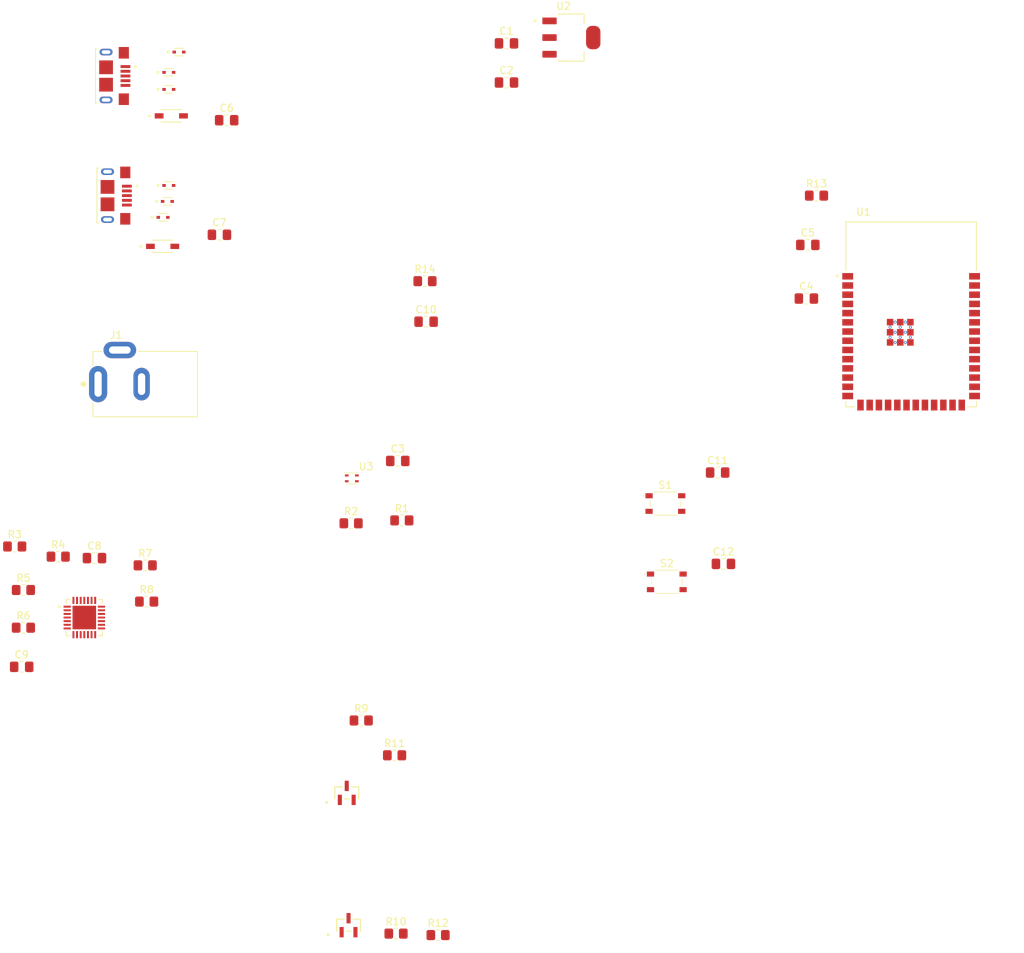
<source format=kicad_pcb>
(kicad_pcb (version 20221018) (generator pcbnew)
  (layers (0 "F.Cu" signal) (31 "B.Cu" signal) (34 "B.Paste" user) (35 "F.Paste" user) (36 "B.SilkS" user "B.Silkscreen") (37 "F.SilkS" user "F.Silkscreen") (38 "B.Mask" user) (39 "F.Mask" user) (44 "Edge.Cuts" user))
  (net 0 "")
  (net 1 "+12V")
  (net 2 "GND")
  (net 3 "+3.3V")
  (net 4 "Net-(C6-Pad1)")
  (net 5 "Net-(C7-Pad1)")
  (net 6 "Net-(U4-VBUS)")
  (net 7 "CHIP_PU")
  (net 8 "IO0")
  (net 9 "USB_DP")
  (net 10 "USB_DN")
  (net 11 "IO20")
  (net 12 "IO19")
  (net 13 "VBUS")
  (net 17 "Net-(U1-IO8)")
  (net 18 "Net-(U1-IO9)")
  (net 19 "Net-(U4-~{RST})")
  (net 20 "Net-(U4-~{SUSPEND})")
  (net 21 "Net-(U4-TXD)")
  (net 22 "U0RXD")
  (net 23 "Net-(U4-RXD)")
  (net 24 "U0TXD")
  (net 25 "DTR")
  (net 26 "Net-(U5-BASE)")
  (net 27 "RTS")
  (net 28 "Net-(U6-BASE)")
  (net 29 "Net-(U5-COLLECTOR)")
  (net 30 "Net-(U6-COLLECTOR)")
  (net 31 "ESP_3V3")
  (footprint "Resistor_SMD:R_0805_2012Metric_Pad1.20x1.40mm_HandSolder" (layer "F.Cu") (at 21.6 93.2)
    (fp_text reference "R7" (at 0 -1.65) (layer "F.SilkS"))
    (fp_text value "0")
    (fp_line (start -0.227064 -0.735) (end 0.227064 -0.735) (stroke (width 0.12)) (layer "F.SilkS"))
    (fp_line (start -0.227064 0.735) (end 0.227064 0.735) (stroke (width 0.12)) (layer "F.SilkS"))
    (pad "1" smd roundrect (at -1 0) (size 1.2 1.4) (layers "F.Cu" "F.Paste" "F.Mask") (roundrect_rratio 0.208333) (net 21 "Net-(U4-TXD)"))
    (pad "2" smd roundrect (at 1 0) (size 1.2 1.4) (layers "F.Cu" "F.Paste" "F.Mask") (roundrect_rratio 0.208333) (net 22 "U0RXD"))
  )
  (footprint "ECE445:SOT-23_ONS" (layer "F.Cu") (at 49.4 124.5868)
    (fp_text reference "U5" hide)
    (fp_text value "L8050QLT1G")
    (fp_line (start -1.651 -0.8255) (end -1.651 0.8255) (stroke (width 0.1524)) (layer "F.SilkS"))
    (fp_line (start -0.61214 -0.8255) (end -1.651 -0.8255) (stroke (width 0.1524)) (layer "F.SilkS"))
    (fp_line (start -0.34036 0.8255) (end 0.34036 0.8255) (stroke (width 0.1524)) (layer "F.SilkS"))
    (fp_line (start 1.651 -0.8255) (end 0.61214 -0.8255) (stroke (width 0.1524)) (layer "F.SilkS"))
    (fp_line (start 1.651 0.8255) (end 1.651 -0.8255) (stroke (width 0.1524)) (layer "F.SilkS"))
    (fp_circle (center -2.794 1.3208) (end -2.667 1.3208) (stroke (width 0.1524)) (fill none) (layer "F.SilkS"))
    (pad "1" smd rect (at -0.9525 0.9652) (size 0.5588 1.4224) (layers "F.Cu" "F.Paste" "F.Mask") (net 26 "Net-(U5-BASE)"))
    (pad "2" smd rect (at 0.9525 0.9652) (size 0.5588 1.4224) (layers "F.Cu" "F.Paste" "F.Mask") (net 27 "RTS"))
    (pad "3" smd rect (at 0 -0.9652) (size 0.5588 1.4224) (layers "F.Cu" "F.Paste" "F.Mask") (net 29 "Net-(U5-COLLECTOR)"))
  )
  (footprint "Capacitor_SMD:C_0805_2012Metric_Pad1.18x1.45mm_HandSolder" (layer "F.Cu") (at 14.6 92.2)
    (fp_text reference "C8" (at 0 -1.68) (layer "F.SilkS"))
    (fp_text value "10uF")
    (fp_line (start -0.261252 -0.735) (end 0.261252 -0.735) (stroke (width 0.12)) (layer "F.SilkS"))
    (fp_line (start -0.261252 0.735) (end 0.261252 0.735) (stroke (width 0.12)) (layer "F.SilkS"))
    (pad "1" smd roundrect (at -1.0375 0) (size 1.175 1.45) (layers "F.Cu" "F.Paste" "F.Mask") (roundrect_rratio 0.212766) (net 3 "+3.3V"))
    (pad "2" smd roundrect (at 1.0375 0) (size 1.175 1.45) (layers "F.Cu" "F.Paste" "F.Mask") (roundrect_rratio 0.212766) (net 2 "GND"))
  )
  (footprint "Resistor_SMD:R_0805_2012Metric_Pad1.20x1.40mm_HandSolder" (layer "F.Cu") (at 4.8 101.8)
    (fp_text reference "R6" (at 0 -1.65) (layer "F.SilkS"))
    (fp_text value "47500")
    (fp_line (start -0.227064 -0.735) (end 0.227064 -0.735) (stroke (width 0.12)) (layer "F.SilkS"))
    (fp_line (start -0.227064 0.735) (end 0.227064 0.735) (stroke (width 0.12)) (layer "F.SilkS"))
    (pad "1" smd roundrect (at -1 0) (size 1.2 1.4) (layers "F.Cu" "F.Paste" "F.Mask") (roundrect_rratio 0.208333) (net 2 "GND"))
    (pad "2" smd roundrect (at 1 0) (size 1.2 1.4) (layers "F.Cu" "F.Paste" "F.Mask") (roundrect_rratio 0.208333) (net 6 "Net-(U4-VBUS)"))
  )
  (footprint "ECE445:SOT-23_ONS" (layer "F.Cu") (at 49.6475 142.8348)
    (fp_text reference "U6" hide)
    (fp_text value "L8050QLT1G")
    (fp_line (start -1.651 -0.8255) (end -1.651 0.8255) (stroke (width 0.1524)) (layer "F.SilkS"))
    (fp_line (start -0.61214 -0.8255) (end -1.651 -0.8255) (stroke (width 0.1524)) (layer "F.SilkS"))
    (fp_line (start -0.34036 0.8255) (end 0.34036 0.8255) (stroke (width 0.1524)) (layer "F.SilkS"))
    (fp_line (start 1.651 -0.8255) (end 0.61214 -0.8255) (stroke (width 0.1524)) (layer "F.SilkS"))
    (fp_line (start 1.651 0.8255) (end 1.651 -0.8255) (stroke (width 0.1524)) (layer "F.SilkS"))
    (fp_circle (center -2.794 1.3208) (end -2.667 1.3208) (stroke (width 0.1524)) (fill none) (layer "F.SilkS"))
    (pad "1" smd rect (at -0.9525 0.9652) (size 0.5588 1.4224) (layers "F.Cu" "F.Paste" "F.Mask") (net 28 "Net-(U6-BASE)"))
    (pad "2" smd rect (at 0.9525 0.9652) (size 0.5588 1.4224) (layers "F.Cu" "F.Paste" "F.Mask") (net 25 "DTR"))
    (pad "3" smd rect (at 0 -0.9652) (size 0.5588 1.4224) (layers "F.Cu" "F.Paste" "F.Mask") (net 30 "Net-(U6-COLLECTOR)"))
  )
  (footprint "Resistor_SMD:R_0805_2012Metric_Pad1.20x1.40mm_HandSolder" (layer "F.Cu") (at 114.2 42.2)
    (fp_text reference "R13" (at 0 -1.65) (layer "F.SilkS"))
    (fp_text value "0")
    (fp_line (start -0.227064 -0.735) (end 0.227064 -0.735) (stroke (width 0.12)) (layer "F.SilkS"))
    (fp_line (start -0.227064 0.735) (end 0.227064 0.735) (stroke (width 0.12)) (layer "F.SilkS"))
    (pad "1" smd roundrect (at -1 0) (size 1.2 1.4) (layers "F.Cu" "F.Paste" "F.Mask") (roundrect_rratio 0.208333) (net 31 "ESP_3V3"))
    (pad "2" smd roundrect (at 1 0) (size 1.2 1.4) (layers "F.Cu" "F.Paste" "F.Mask") (roundrect_rratio 0.208333) (net 3 "+3.3V"))
  )
  (footprint "ECE445:PTS815 SJG 250 SMTR LFS" (layer "F.Cu") (at 93.35 84.675)
    (fp_text reference "S1" (at 0 -2.54) (layer "F.SilkS"))
    (fp_text value "PTS815_SJG_250_SMTR_LFS")
    (fp_line (start -2.1 -0.4) (end -2.1 0.4) (stroke (width 0.1)) (layer "F.SilkS"))
    (fp_line (start -1.6 -1.6) (end 1.6 -1.6) (stroke (width 0.1)) (layer "F.SilkS"))
    (fp_line (start 1.6 1.6) (end -1.6 1.6) (stroke (width 0.1)) (layer "F.SilkS"))
    (fp_line (start 2.1 -0.4) (end 2.1 0.4) (stroke (width 0.1)) (layer "F.SilkS"))
    (fp_arc (start -3 -1.1) (mid -2.95 -1.05) (end -3 -1) (stroke (width 0.1)) (layer "F.SilkS"))
    (fp_arc (start -3 -1) (mid -3.05 -1.05) (end -3 -1.1) (stroke (width 0.1)) (layer "F.SilkS"))
    (pad "1" smd rect (at -2.25 -1.075) (size 1 0.7) (layers "F.Cu" "F.Paste" "F.Mask") (net 2 "GND"))
    (pad "2" smd rect (at 2.25 -1.075) (size 1 0.7) (layers "F.Cu" "F.Paste" "F.Mask"))
    (pad "3" smd rect (at -2.25 1.075) (size 1 0.7) (layers "F.Cu" "F.Paste" "F.Mask"))
    (pad "4" smd rect (at 2.25 1.075) (size 1 0.7) (layers "F.Cu" "F.Paste" "F.Mask") (net 8 "IO0"))
  )
  (footprint "Capacitor_SMD:C_0805_2012Metric_Pad1.18x1.45mm_HandSolder" (layer "F.Cu") (at 71.4375 21.2)
    (fp_text reference "C1" (at 0 -1.68) (layer "F.SilkS"))
    (fp_text value "1uF")
    (fp_line (start -0.261252 -0.735) (end 0.261252 -0.735) (stroke (width 0.12)) (layer "F.SilkS"))
    (fp_line (start -0.261252 0.735) (end 0.261252 0.735) (stroke (width 0.12)) (layer "F.SilkS"))
    (pad "1" smd roundrect (at -1.0375 0) (size 1.175 1.45) (layers "F.Cu" "F.Paste" "F.Mask") (roundrect_rratio 0.212766) (net 1 "+12V"))
    (pad "2" smd roundrect (at 1.0375 0) (size 1.175 1.45) (layers "F.Cu" "F.Paste" "F.Mask") (roundrect_rratio 0.212766) (net 2 "GND"))
  )
  (footprint "Resistor_SMD:R_0805_2012Metric_Pad1.20x1.40mm_HandSolder" (layer "F.Cu") (at 57 87)
    (fp_text reference "R1" (at 0 -1.65) (layer "F.SilkS"))
    (fp_text value "10000")
    (fp_line (start -0.227064 -0.735) (end 0.227064 -0.735) (stroke (width 0.12)) (layer "F.SilkS"))
    (fp_line (start -0.227064 0.735) (end 0.227064 0.735) (stroke (width 0.12)) (layer "F.SilkS"))
    (pad "1" smd roundrect (at -1 0) (size 1.2 1.4) (layers "F.Cu" "F.Paste" "F.Mask") (roundrect_rratio 0.208333) (net 17 "Net-(U1-IO8)"))
    (pad "2" smd roundrect (at 1 0) (size 1.2 1.4) (layers "F.Cu" "F.Paste" "F.Mask") (roundrect_rratio 0.208333) (net 3 "+3.3V"))
  )
  (footprint "ECE445:LDL1117S33R-SnapEDA" (layer "F.Cu") (at 80.385 20.4)
    (fp_text reference "U2" (at -1.08 -4.335) (layer "F.SilkS"))
    (fp_text value "LDL1117S33R-SnapEDA")
    (fp_line (start -1.75 -3.25) (end -1.75 -3.085) (stroke (width 0.127)) (layer "F.SilkS"))
    (fp_line (start -1.75 3.25) (end -1.75 3.085) (stroke (width 0.127)) (layer "F.SilkS"))
    (fp_line (start -1.75 3.25) (end 1.75 3.25) (stroke (width 0.127)) (layer "F.SilkS"))
    (fp_line (start 1.75 -3.25) (end -1.75 -3.25) (stroke (width 0.127)) (layer "F.SilkS"))
    (fp_line (start 1.75 -1.935) (end 1.75 -3.25) (stroke (width 0.127)) (layer "F.SilkS"))
    (fp_line (start 1.75 3.25) (end 1.75 1.935) (stroke (width 0.127)) (layer "F.SilkS"))
    (fp_circle (center -5.005 -2.3) (end -4.905 -2.3) (stroke (width 0.2)) (fill none) (layer "F.SilkS"))
    (pad "1" smd roundrect (at -3.015 -2.3) (size 1.98 0.93) (layers "F.Cu" "F.Paste" "F.Mask") (roundrect_rratio 0.12) (net 2 "GND"))
    (pad "2" smd roundrect (at -3.015 0) (size 1.98 0.93) (layers "F.Cu" "F.Paste" "F.Mask") (roundrect_rratio 0.12) (net 3 "+3.3V"))
    (pad "3" smd roundrect (at -3.015 2.3) (size 1.98 0.93) (layers "F.Cu" "F.Paste" "F.Mask") (roundrect_rratio 0.12) (net 1 "+12V"))
    (pad "4" smd roundrect (at 3.015 0) (size 1.98 3.23) (layers "F.Cu" "F.Paste" "F.Mask") (roundrect_rratio 0.4) (net 3 "+3.3V"))
  )
  (footprint "Capacitor_SMD:C_0805_2012Metric_Pad1.18x1.45mm_HandSolder" (layer "F.Cu") (at 60.345 59.59)
    (fp_text reference "C10" (at 0 -1.68) (layer "F.SilkS"))
    (fp_text value "1uF")
    (fp_line (start -0.261252 -0.735) (end 0.261252 -0.735) (stroke (width 0.12)) (layer "F.SilkS"))
    (fp_line (start -0.261252 0.735) (end 0.261252 0.735) (stroke (width 0.12)) (layer "F.SilkS"))
    (pad "1" smd roundrect (at -1.0375 0) (size 1.175 1.45) (layers "F.Cu" "F.Paste" "F.Mask") (roundrect_rratio 0.212766) (net 7 "CHIP_PU"))
    (pad "2" smd roundrect (at 1.0375 0) (size 1.175 1.45) (layers "F.Cu" "F.Paste" "F.Mask") (roundrect_rratio 0.212766) (net 2 "GND"))
  )
  (footprint "Capacitor_SMD:C_0805_2012Metric_Pad1.18x1.45mm_HandSolder" (layer "F.Cu") (at 71.4375 26.6)
    (fp_text reference "C2" (at 0 -1.68) (layer "F.SilkS"))
    (fp_text value "4.7uF")
    (fp_line (start -0.261252 -0.735) (end 0.261252 -0.735) (stroke (width 0.12)) (layer "F.SilkS"))
    (fp_line (start -0.261252 0.735) (end 0.261252 0.735) (stroke (width 0.12)) (layer "F.SilkS"))
    (pad "1" smd roundrect (at -1.0375 0) (size 1.175 1.45) (layers "F.Cu" "F.Paste" "F.Mask") (roundrect_rratio 0.212766) (net 3 "+3.3V"))
    (pad "2" smd roundrect (at 1.0375 0) (size 1.175 1.45) (layers "F.Cu" "F.Paste" "F.Mask") (roundrect_rratio 0.212766) (net 2 "GND"))
  )
  (footprint "ECE445:LESD5D5_0CT1G" (layer "F.Cu") (at 24.86 25.2)
    (fp_text reference "D1" hide)
    (fp_text value "LESD5D5.0CT1G")
    (fp_line (start -0.6 -0.52) (end 0.6 -0.52) (stroke (width 0.127)) (layer "F.SilkS"))
    (fp_line (start 0.6 0.52) (end -0.6 0.52) (stroke (width 0.127)) (layer "F.SilkS"))
    (fp_circle (center -1.5 0) (end -1.4 0) (stroke (width 0.2)) (fill none) (layer "F.SilkS"))
    (pad "1" smd rect (at -0.66 0) (size 0.48 0.4) (layers "F.Cu" "F.Paste" "F.Mask") (net 2 "GND"))
    (pad "2" smd rect (at 0.66 0) (size 0.48 0.4) (layers "F.Cu" "F.Paste" "F.Mask") (net 9 "USB_DP"))
  )
  (footprint "Resistor_SMD:R_0805_2012Metric_Pad1.20x1.40mm_HandSolder" (layer "F.Cu") (at 3.6 90.6)
    (fp_text reference "R3" (at 0 -1.65) (layer "F.SilkS"))
    (fp_text value "1000")
    (fp_line (start -0.227064 -0.735) (end 0.227064 -0.735) (stroke (width 0.12)) (layer "F.SilkS"))
    (fp_line (start -0.227064 0.735) (end 0.227064 0.735) (stroke (width 0.12)) (layer "F.SilkS"))
    (pad "1" smd roundrect (at -1 0) (size 1.2 1.4) (layers "F.Cu" "F.Paste" "F.Mask") (roundrect_rratio 0.208333) (net 3 "+3.3V"))
    (pad "2" smd roundrect (at 1 0) (size 1.2 1.4) (layers "F.Cu" "F.Paste" "F.Mask") (roundrect_rratio 0.208333) (net 19 "Net-(U4-~{RST})"))
  )
  (footprint "ECE445:PTS815 SJG 250 SMTR LFS" (layer "F.Cu") (at 93.55 95.475)
    (fp_text reference "S2" (at 0 -2.54) (layer "F.SilkS"))
    (fp_text value "PTS815_SJG_250_SMTR_LFS")
    (fp_line (start -2.1 -0.4) (end -2.1 0.4) (stroke (width 0.1)) (layer "F.SilkS"))
    (fp_line (start -1.6 -1.6) (end 1.6 -1.6) (stroke (width 0.1)) (layer "F.SilkS"))
    (fp_line (start 1.6 1.6) (end -1.6 1.6) (stroke (width 0.1)) (layer "F.SilkS"))
    (fp_line (start 2.1 -0.4) (end 2.1 0.4) (stroke (width 0.1)) (layer "F.SilkS"))
    (fp_arc (start -3 -1.1) (mid -2.95 -1.05) (end -3 -1) (stroke (width 0.1)) (layer "F.SilkS"))
    (fp_arc (start -3 -1) (mid -3.05 -1.05) (end -3 -1.1) (stroke (width 0.1)) (layer "F.SilkS"))
    (pad "1" smd rect (at -2.25 -1.075) (size 1 0.7) (layers "F.Cu" "F.Paste" "F.Mask") (net 2 "GND"))
    (pad "2" smd rect (at 2.25 -1.075) (size 1 0.7) (layers "F.Cu" "F.Paste" "F.Mask"))
    (pad "3" smd rect (at -2.25 1.075) (size 1 0.7) (layers "F.Cu" "F.Paste" "F.Mask"))
    (pad "4" smd rect (at 2.25 1.075) (size 1 0.7) (layers "F.Cu" "F.Paste" "F.Mask") (net 7 "CHIP_PU"))
  )
  (footprint "ECE445:ESP32-S3-WROOM-1-N8-SnapEDA" (layer "F.Cu") (at 127.25 58.59)
    (fp_text reference "U1" (at -6.575 -14.135) (layer "F.SilkS"))
    (fp_text value "ESP32-S3-WROOM-1-N8")
    (fp_line (start -9 -12.75) (end 9 -12.75) (stroke (width 0.127)) (layer "F.SilkS"))
    (fp_line (start -9 -6.03) (end -9 -12.75) (stroke (width 0.127)) (layer "F.SilkS"))
    (fp_line (start -9 12.02) (end -9 12.75) (stroke (width 0.127)) (layer "F.SilkS"))
    (fp_line (start -9 12.75) (end -7.755 12.75) (stroke (width 0.127)) (layer "F.SilkS"))
    (fp_line (start 9 -12.75) (end 9 -6.03) (stroke (width 0.127)) (layer "F.SilkS"))
    (fp_line (start 9 12.02) (end 9 12.75) (stroke (width 0.127)) (layer "F.SilkS"))
    (fp_line (start 9 12.75) (end 7.755 12.75) (stroke (width 0.127)) (layer "F.SilkS"))
    (fp_circle (center -10.2 -5.26) (end -10.1 -5.26) (stroke (width 0.2)) (fill none) (layer "F.SilkS"))
    (pad "1" smd rect (at -8.75 -5.26) (size 1.5 0.9) (layers "F.Cu" "F.Paste" "F.Mask") (net 2 "GND"))
    (pad "2" smd rect (at -8.75 -3.99) (size 1.5 0.9) (layers "F.Cu" "F.Paste" "F.Mask") (net 31 "ESP_3V3"))
    (pad "3" smd rect (at -8.75 -2.72) (size 1.5 0.9) (layers "F.Cu" "F.Paste" "F.Mask") (net 7 "CHIP_PU"))
    (pad "4" smd rect (at -8.75 -1.45) (size 1.5 0.9) (layers "F.Cu" "F.Paste" "F.Mask"))
    (pad "5" smd rect (at -8.75 -0.18) (size 1.5 0.9) (layers "F.Cu" "F.Paste" "F.Mask"))
    (pad "6" smd rect (at -8.75 1.09) (size 1.5 0.9) (layers "F.Cu" "F.Paste" "F.Mask"))
    (pad "7" smd rect (at -8.75 2.36) (size 1.5 0.9) (layers "F.Cu" "F.Paste" "F.Mask"))
    (pad "8" smd rect (at -8.75 3.63) (size 1.5 0.9) (layers "F.Cu" "F.Paste" "F.Mask"))
    (pad "9" smd rect (at -8.75 4.9) (size 1.5 0.9) (layers "F.Cu" "F.Paste" "F.Mask"))
    (pad "10" smd rect (at -8.75 6.17) (size 1.5 0.9) (layers "F.Cu" "F.Paste" "F.Mask"))
    (pad "11" smd rect (at -8.75 7.44) (size 1.5 0.9) (layers "F.Cu" "F.Paste" "F.Mask"))
    (pad "12" smd rect (at -8.75 8.71) (size 1.5 0.9) (layers "F.Cu" "F.Paste" "F.Mask") (net 17 "Net-(U1-IO8)"))
    (pad "13" smd rect (at -8.75 9.98) (size 1.5 0.9) (layers "F.Cu" "F.Paste" "F.Mask") (net 12 "IO19"))
    (pad "14" smd rect (at -8.75 11.25) (size 1.5 0.9) (layers "F.Cu" "F.Paste" "F.Mask") (net 11 "IO20"))
    (pad "15" smd rect (at -6.985 12.5) (size 0.9 1.5) (layers "F.Cu" "F.Paste" "F.Mask"))
    (pad "16" smd rect (at -5.715 12.5) (size 0.9 1.5) (layers "F.Cu" "F.Paste" "F.Mask"))
    (pad "17" smd rect (at -4.445 12.5) (size 0.9 1.5) (layers "F.Cu" "F.Paste" "F.Mask") (net 18 "Net-(U1-IO9)"))
    (pad "18" smd rect (at -3.175 12.5) (size 0.9 1.5) (layers "F.Cu" "F.Paste" "F.Mask"))
    (pad "19" smd rect (at -1.905 12.5) (size 0.9 1.5) (layers "F.Cu" "F.Paste" "F.Mask"))
    (pad "20" smd rect (at -0.635 12.5) (size 0.9 1.5) (layers "F.Cu" "F.Paste" "F.Mask"))
    (pad "21" smd rect (at 0.635 12.5) (size 0.9 1.5) (layers "F.Cu" "F.Paste" "F.Mask"))
    (pad "22" smd rect (at 1.905 12.5) (size 0.9 1.5) (layers "F.Cu" "F.Paste" "F.Mask"))
    (pad "23" smd rect (at 3.175 12.5) (size 0.9 1.5) (layers "F.Cu" "F.Paste" "F.Mask"))
    (pad "24" smd rect (at 4.445 12.5) (size 0.9 1.5) (layers "F.Cu" "F.Paste" "F.Mask"))
    (pad "25" smd rect (at 5.715 12.5) (size 0.9 1.5) (layers "F.Cu" "F.Paste" "F.Mask"))
    (pad "26" smd rect (at 6.985 12.5) (size 0.9 1.5) (layers "F.Cu" "F.Paste" "F.Mask"))
    (pad "27" smd rect (at 8.75 11.25) (size 1.5 0.9) (layers "F.Cu" "F.Paste" "F.Mask") (net 8 "IO0"))
    (pad "28" smd rect (at 8.75 9.98) (size 1.5 0.9) (layers "F.Cu" "F.Paste" "F.Mask"))
    (pad "29" smd rect (at 8.75 8.71) (size 1.5 0.9) (layers "F.Cu" "F.Paste" "F.Mask"))
    (pad "30" smd rect (at 8.75 7.44) (size 1.5 0.9) (layers "F.Cu" "F.Paste" "F.Mask"))
    (pad "31" smd rect (at 8.75 6.17) (size 1.5 0.9) (layers "F.Cu" "F.Paste" "F.Mask"))
    (pad "32" smd rect (at 8.75 4.9) (size 1.5 0.9) (layers "F.Cu" "F.Paste" "F.Mask"))
    (pad "33" smd rect (at 8.75 3.63) (size 1.5 0.9) (layers "F.Cu" "F.Paste" "F.Mask"))
    (pad "34" smd rect (at 8.75 2.36) (size 1.5 0.9) (layers "F.Cu" "F.Paste" "F.Mask"))
    (pad "35" smd rect (at 8.75 1.09) (size 1.5 0.9) (layers "F.Cu" "F.Paste" "F.Mask"))
    (pad "36" smd rect (at 8.75 -0.18) (size 1.5 0.9) (layers "F.Cu" "F.Paste" "F.Mask"))
    (pad "37" smd rect (at 8.75 -1.45) (size 1.5 0.9) (layers "F.Cu" "F.Paste" "F.Mask"))
    (pad "38" smd rect (at 8.75 -2.72) (size 1.5 0.9) (layers "F.Cu" "F.Paste" "F.Mask"))
    (pad "39" smd rect (at 8.75 -3.99) (size 1.5 0.9) (layers "F.Cu" "F.Paste" "F.Mask"))
    (pad "40" smd rect (at 8.75 -5.26) (size 1.5 0.9) (layers "F.Cu" "F.Paste" "F.Mask") (net 2 "GND"))
    (pad "41_1" smd rect (at -1.5 2.46) (size 0.9 0.9) (layers "F.Cu" "F.Paste" "F.Mask") (net 2 "GND"))
    (pad "41_2" smd rect (at -2.9 2.46) (size 0.9 0.9) (layers "F.Cu" "F.Paste" "F.Mask") (net 2 "GND"))
    (pad "41_3" smd rect (at -0.1 2.46) (size 0.9 0.9) (layers "F.Cu" "F.Paste" "F.Mask") (net 2 "GND"))
    (pad "41_4" smd rect (at -2.9 3.86) (size 0.9 0.9) (layers "F.Cu" "F.Paste" "F.Mask") (net 2 "GND"))
    (pad "41_5" smd rect (at -1.5 3.86) (size 0.9 0.9) (layers "F.Cu" "F.Paste" "F.Mask") (net 2 "GND"))
    (pad "41_6" smd rect (at -0.1 3.86) (size 0.9 0.9) (layers "F.Cu" "F.Paste" "F.Mask") (net 2 "GND"))
    (pad "41_7" smd rect (at -2.9 1.06) (size 0.9 0.9) (layers "F.Cu" "F.Paste" "F.Mask") (net 2 "GND"))
    (pad "41_8" smd rect (at -1.5 1.06) (size 0.9 0.9) (layers "F.Cu" "F.Paste" "F.Mask") (net 2 "GND"))
    (pad "41_9" smd rect (at -0.1 1.06) (size 0.9 0.9) (layers "F.Cu" "F.Paste" "F.Mask") (net 2 "GND"))
    (pad "41_10" thru_hole circle (at -1.5 1.76) (size 0.4 0.4) (drill 0.2) (layers "*.Cu"))
    (pad "41_11" thru_hole circle (at -2.9 1.76) (size 0.4 0.4) (drill 0.2) (layers "*.Cu"))
    (pad "41_12" thru_hole circle (at -0.1 1.76) (size 0.4 0.4) (drill 0.2) (layers "*.Cu"))
    (pad "41_13" thru_hole circle (at -2.9 3.16) (size 0.4 0.4) (drill 0.2) (layers "*.Cu"))
    (pad "41_14" thru_hole circle (at -1.5 3.16) (size 0.4 0.4) (drill 0.2) (layers "*.Cu"))
    (pad "41_15" thru_hole circle (at -0.1 3.16) (size 0.4 0.4) (drill 0.2) (layers "*.Cu"))
    (pad "41_16" thru_hole circle (at -2.2 1.06) (size 0.4 0.4) (drill 0.2) (layers "*.Cu"))
    (pad "41_17" thru_hole circle (at -0.8 1.06) (size 0.4 0.4) (drill 0.2) (layers "*.Cu"))
    (pad "41_18" thru_hole circle (at -2.2 2.46) (size 0.4 0.4) (drill 0.2) (layers "*.Cu"))
    (pad "41_19" thru_hole circle (at -0.8 2.46) (size 0.4 0.4) (drill 0.2) (layers "*.Cu"))
    (pad "41_20" thru_hole circle (at -2.2 3.86) (size 0.4 0.4) (drill 0.2) (layers "*.Cu"))
    (pad "41_21" thru_hole circle (at -0.8 3.86) (size 0.4 0.4) (drill 0.2) (layers "*.Cu"))
  )
  (footprint "Resistor_SMD:R_0805_2012Metric_Pad1.20x1.40mm_HandSolder" (layer "F.Cu") (at 56.2 144)
    (fp_text reference "R10" (at 0 -1.65) (layer "F.SilkS"))
    (fp_text value "10000")
    (fp_line (start -0.227064 -0.735) (end 0.227064 -0.735) (stroke (width 0.12)) (layer "F.SilkS"))
    (fp_line (start -0.227064 0.735) (end 0.227064 0.735) (stroke (width 0.12)) (layer "F.SilkS"))
    (pad "1" smd roundrect (at -1 0) (size 1.2 1.4) (layers "F.Cu" "F.Paste" "F.Mask") (roundrect_rratio 0.208333) (net 27 "RTS"))
    (pad "2" smd roundrect (at 1 0) (size 1.2 1.4) (layers "F.Cu" "F.Paste" "F.Mask") (roundrect_rratio 0.208333) (net 28 "Net-(U6-BASE)"))
  )
  (footprint "Capacitor_SMD:C_0805_2012Metric_Pad1.18x1.45mm_HandSolder" (layer "F.Cu") (at 112.8 56.4)
    (fp_text reference "C4" (at 0 -1.68) (layer "F.SilkS"))
    (fp_text value "10uF")
    (fp_line (start -0.261252 -0.735) (end 0.261252 -0.735) (stroke (width 0.12)) (layer "F.SilkS"))
    (fp_line (start -0.261252 0.735) (end 0.261252 0.735) (stroke (width 0.12)) (layer "F.SilkS"))
    (pad "1" smd roundrect (at -1.0375 0) (size 1.175 1.45) (layers "F.Cu" "F.Paste" "F.Mask") (roundrect_rratio 0.212766) (net 3 "+3.3V"))
    (pad "2" smd roundrect (at 1.0375 0) (size 1.175 1.45) (layers "F.Cu" "F.Paste" "F.Mask") (roundrect_rratio 0.212766) (net 2 "GND"))
  )
  (footprint "ECE445:PJ-202AH" (layer "F.Cu") (at 21.6 68.2)
    (fp_text reference "J1" (at -4.01529 -6.76551) (layer "F.SilkS") (effects (font (size 1.000079 1.000079))))
    (fp_text value "PJ-202AH")
    (fp_line (start -7.2 -4.5) (end -6.05 -4.5) (stroke (width 0.127)) (layer "F.SilkS"))
    (fp_line (start -7.2 -2.55) (end -7.2 -4.5) (stroke (width 0.127)) (layer "F.SilkS"))
    (fp_line (start -7.2 4.5) (end -7.2 2.65) (stroke (width 0.127)) (layer "F.SilkS"))
    (fp_line (start -0.95 -4.5) (end 7.2 -4.5) (stroke (width 0.127)) (layer "F.SilkS"))
    (fp_line (start 7.2 -4.5) (end 7.2 4.5) (stroke (width 0.127)) (layer "F.SilkS"))
    (fp_line (start 7.2 4.5) (end -7.2 4.5) (stroke (width 0.127)) (layer "F.SilkS"))
    (fp_circle (center -8.5 0) (end -8.3 0) (stroke (width 0.4)) (fill none) (layer "F.SilkS"))
    (pad "1" thru_hole oval (at -6.5 0) (size 2.5 5) (drill oval 1 3.5) (layers "*.Cu" "*.Mask") (net 1 "+12V"))
    (pad "2" thru_hole oval (at -0.5 0) (size 2.25 4.5) (drill oval 1 3) (layers "*.Cu" "*.Mask") (net 2 "GND"))
    (pad "3" thru_hole oval (at -3.5 -4.7) (size 4.5 2.25) (drill oval 3 1) (layers "*.Cu" "*.Mask"))
  )
  (footprint "Resistor_SMD:R_0805_2012Metric_Pad1.20x1.40mm_HandSolder" (layer "F.Cu") (at 56 119.4)
    (fp_text reference "R11" (at 0 -1.65) (layer "F.SilkS"))
    (fp_text value "0")
    (fp_line (start -0.227064 -0.735) (end 0.227064 -0.735) (stroke (width 0.12)) (layer "F.SilkS"))
    (fp_line (start -0.227064 0.735) (end 0.227064 0.735) (stroke (width 0.12)) (layer "F.SilkS"))
    (pad "1" smd roundrect (at -1 0) (size 1.2 1.4) (layers "F.Cu" "F.Paste" "F.Mask") (roundrect_rratio 0.208333) (net 29 "Net-(U5-COLLECTOR)"))
    (pad "2" smd roundrect (at 1 0) (size 1.2 1.4) (layers "F.Cu" "F.Paste" "F.Mask") (roundrect_rratio 0.208333) (net 7 "CHIP_PU"))
  )
  (footprint "ECE445:SHT45-AD1B-R3" (layer "F.Cu") (at 50.1 81.2)
    (fp_text reference "U3" (at 1.975 -1.635) (layer "F.SilkS"))
    (fp_text value "SHT45-AD1B-R3")
    (fp_line (start -0.7 -0.75) (end 0.7 -0.75) (stroke (width 0.1)) (layer "F.SilkS"))
    (fp_line (start -0.7 0.75) (end 0.7 0.75) (stroke (width 0.1)) (layer "F.SilkS"))
    (fp_circle (center -1 -0.8) (end -0.95 -0.8) (stroke (width 0.1)) (fill none) (layer "F.SilkS"))
    (pad "1" smd rect (at -0.7 -0.4) (size 0.5 0.3) (layers "F.Cu" "F.Paste" "F.Mask") (net 17 "Net-(U1-IO8)"))
    (pad "2" smd rect (at -0.7 0.4) (size 0.5 0.3) (layers "F.Cu" "F.Paste" "F.Mask") (net 18 "Net-(U1-IO9)"))
    (pad "3" smd rect (at 0.7 0.4) (size 0.5 0.3) (layers "F.Cu" "F.Paste" "F.Mask") (net 3 "+3.3V"))
    (pad "4" smd rect (at 0.7 -0.4) (size 0.5 0.3) (layers "F.Cu" "F.Paste" "F.Mask") (net 2 "GND"))
  )
  (footprint "Resistor_SMD:R_0805_2012Metric_Pad1.20x1.40mm_HandSolder" (layer "F.Cu") (at 50 87.4)
    (fp_text reference "R2" (at 0 -1.65) (layer "F.SilkS"))
    (fp_text value "10000")
    (fp_line (start -0.227064 -0.735) (end 0.227064 -0.735) (stroke (width 0.12)) (layer "F.SilkS"))
    (fp_line (start -0.227064 0.735) (end 0.227064 0.735) (stroke (width 0.12)) (layer "F.SilkS"))
    (pad "1" smd roundrect (at -1 0) (size 1.2 1.4) (layers "F.Cu" "F.Paste" "F.Mask") (roundrect_rratio 0.208333) (net 18 "Net-(U1-IO9)"))
    (pad "2" smd roundrect (at 1 0) (size 1.2 1.4) (layers "F.Cu" "F.Paste" "F.Mask") (roundrect_rratio 0.208333) (net 3 "+3.3V"))
  )
  (footprint "ECE445:LESD5D5_0CT1G" (layer "F.Cu") (at 24.06 45.2)
    (fp_text reference "D3" hide)
    (fp_text value "LESD5D5.0CT1G")
    (fp_line (start -0.6 -0.52) (end 0.6 -0.52) (stroke (width 0.127)) (layer "F.SilkS"))
    (fp_line (start 0.6 0.52) (end -0.6 0.52) (stroke (width 0.127)) (layer "F.SilkS"))
    (fp_circle (center -1.5 0) (end -1.4 0) (stroke (width 0.2)) (fill none) (layer "F.SilkS"))
    (pad "1" smd rect (at -0.66 0) (size 0.48 0.4) (layers "F.Cu" "F.Paste" "F.Mask") (net 2 "GND"))
    (pad "2" smd rect (at 0.66 0) (size 0.48 0.4) (layers "F.Cu" "F.Paste" "F.Mask") (net 11 "IO20"))
  )
  (footprint "ECE445:10118193-0001LF" (layer "F.Cu") (at 16.2 25.7 -90)
    (fp_text reference "J2" hide)
    (fp_text value "10118193-0001LF")
    (fp_line (start -3.8 1.45) (end -3.8 1.22) (stroke (width 0.127)) (layer "F.SilkS"))
    (fp_line (start -3.8 1.45) (end 3.8 1.45) (stroke (width 0.127)) (layer "F.SilkS"))
    (fp_line (start 3.8 1.45) (end 3.8 1.22) (stroke (width 0.127)) (layer "F.SilkS"))
    (fp_circle (center -1.3 -4.05) (end -1.2 -4.05) (stroke (width 0.2)) (fill none) (layer "F.SilkS"))
    (pad "1" smd rect (at -1.3 -2.675 270) (size 0.4 1.35) (layers "F.Cu" "F.Paste" "F.Mask") (net 13 "VBUS"))
    (pad "2" smd rect (at -0.65 -2.675 270) (size 0.4 1.35) (layers "F.Cu" "F.Paste" "F.Mask") (net 10 "USB_DN"))
    (pad "3" smd rect (at 0 -2.675 270) (size 0.4 1.35) (layers "F.Cu" "F.Paste" "F.Mask") (net 9 "USB_DP"))
    (pad "4" smd rect (at 0.65 -2.675 270) (size 0.4 1.35) (layers "F.Cu" "F.Paste" "F.Mask"))
    (pad "5" smd rect (at 1.3 -2.675 270) (size 0.4 1.35) (layers "F.Cu" "F.Paste" "F.Mask") (net 2 "GND"))
    (pad "S1" smd rect (at -3.2 -2.45 270) (size 1.6 1.4) (layers "F.Cu" "F.Paste" "F.Mask") (net 2 "GND"))
    (pad "S2" smd rect (at 3.2 -2.45 270) (size 1.6 1.4) (layers "F.Cu" "F.Paste" "F.Mask") (net 2 "GND"))
    (pad "S3" smd rect (at 1.2 0 270) (size 1.9 1.9) (layers "F.Cu" "F.Paste" "F.Mask") (net 2 "GND"))
    (pad "S4" smd rect (at -1.2 0 270) (size 1.9 1.9) (layers "F.Cu" "F.Paste" "F.Mask") (net 2 "GND"))
    (pad "S5" thru_hole oval (at -3.3 0 270) (size 0.9 1.8) (drill oval 0.5 1.2) (layers "*.Cu" "*.Mask") (net 2 "GND"))
    (pad "S6" thru_hole oval (at 3.3 0 270) (size 0.9 1.8) (drill oval 0.5 1.2) (layers "*.Cu" "*.Mask") (net 2 "GND"))
  )
  (footprint "ECE445:LESD5D5_0CT1G" (layer "F.Cu") (at 24.86 40.8)
    (fp_text reference "D4" hide)
    (fp_text value "LESD5D5.0CT1G")
    (fp_line (start -0.6 -0.52) (end 0.6 -0.52) (stroke (width 0.127)) (layer "F.SilkS"))
    (fp_line (start 0.6 0.52) (end -0.6 0.52) (stroke (width 0.127)) (layer "F.SilkS"))
    (fp_circle (center -1.5 0) (end -1.4 0) (stroke (width 0.2)) (fill none) (layer "F.SilkS"))
    (pad "1" smd rect (at -0.66 0) (size 0.48 0.4) (layers "F.Cu" "F.Paste" "F.Mask") (net 2 "GND"))
    (pad "2" smd rect (at 0.66 0) (size 0.48 0.4) (layers "F.Cu" "F.Paste" "F.Mask") (net 12 "IO19"))
  )
  (footprint "Capacitor_SMD:C_0805_2012Metric_Pad1.18x1.45mm_HandSolder" (layer "F.Cu") (at 101.3625 93)
    (fp_text reference "C12" (at 0 -1.68) (layer "F.SilkS"))
    (fp_text value "0.1uF")
    (fp_line (start -0.261252 -0.735) (end 0.261252 -0.735) (stroke (width 0.12)) (layer "F.SilkS"))
    (fp_line (start -0.261252 0.735) (end 0.261252 0.735) (stroke (width 0.12)) (layer "F.SilkS"))
    (pad "1" smd roundrect (at -1.0375 0) (size 1.175 1.45) (layers "F.Cu" "F.Paste" "F.Mask") (roundrect_rratio 0.212766) (net 7 "CHIP_PU"))
    (pad "2" smd roundrect (at 1.0375 0) (size 1.175 1.45) (layers "F.Cu" "F.Paste" "F.Mask") (roundrect_rratio 0.212766) (net 2 "GND"))
  )
  (footprint "Capacitor_SMD:C_0805_2012Metric_Pad1.18x1.45mm_HandSolder" (layer "F.Cu") (at 56.4375 78.8)
    (fp_text reference "C3" (at 0 -1.68) (layer "F.SilkS"))
    (fp_text value "100nF")
    (fp_line (start -0.261252 -0.735) (end 0.261252 -0.735) (stroke (width 0.12)) (layer "F.SilkS"))
    (fp_line (start -0.261252 0.735) (end 0.261252 0.735) (stroke (width 0.12)) (layer "F.SilkS"))
    (pad "1" smd roundrect (at -1.0375 0) (size 1.175 1.45) (layers "F.Cu" "F.Paste" "F.Mask") (roundrect_rratio 0.212766) (net 2 "GND"))
    (pad "2" smd roundrect (at 1.0375 0) (size 1.175 1.45) (layers "F.Cu" "F.Paste" "F.Mask") (roundrect_rratio 0.212766) (net 3 "+3.3V"))
  )
  (footprint "Resistor_SMD:R_0805_2012Metric_Pad1.20x1.40mm_HandSolder" (layer "F.Cu") (at 51.4 114.6)
    (fp_text reference "R9" (at 0 -1.65) (layer "F.SilkS"))
    (fp_text value "10000")
    (fp_line (start -0.227064 -0.735) (end 0.227064 -0.735) (stroke (width 0.12)) (layer "F.SilkS"))
    (fp_line (start -0.227064 0.735) (end 0.227064 0.735) (stroke (width 0.12)) (layer "F.SilkS"))
    (pad "1" smd roundrect (at -1 0) (size 1.2 1.4) (layers "F.Cu" "F.Paste" "F.Mask") (roundrect_rratio 0.208333) (net 25 "DTR"))
    (pad "2" smd roundrect (at 1 0) (size 1.2 1.4) (layers "F.Cu" "F.Paste" "F.Mask") (roundrect_rratio 0.208333) (net 26 "Net-(U5-BASE)"))
  )
  (footprint "Capacitor_SMD:C_0805_2012Metric_Pad1.18x1.45mm_HandSolder" (layer "F.Cu") (at 113 49)
    (fp_text reference "C5" (at 0 -1.68) (layer "F.SilkS"))
    (fp_text value "0.1uF")
    (fp_line (start -0.261252 -0.735) (end 0.261252 -0.735) (stroke (width 0.12)) (layer "F.SilkS"))
    (fp_line (start -0.261252 0.735) (end 0.261252 0.735) (stroke (width 0.12)) (layer "F.SilkS"))
    (pad "1" smd roundrect (at -1.0375 0) (size 1.175 1.45) (layers "F.Cu" "F.Paste" "F.Mask") (roundrect_rratio 0.212766) (net 3 "+3.3V"))
    (pad "2" smd roundrect (at 1.0375 0) (size 1.175 1.45) (layers "F.Cu" "F.Paste" "F.Mask") (roundrect_rratio 0.212766) (net 2 "GND"))
  )
  (footprint "Resistor_SMD:R_0805_2012Metric_Pad1.20x1.40mm_HandSolder" (layer "F.Cu") (at 4.8 96.6)
    (fp_text reference "R5" (at 0 -1.65) (layer "F.SilkS"))
    (fp_text value "22100")
    (fp_line (start -0.227064 -0.735) (end 0.227064 -0.735) (stroke (width 0.12)) (layer "F.SilkS"))
    (fp_line (start -0.227064 0.735) (end 0.227064 0.735) (stroke (width 0.12)) (layer "F.SilkS"))
    (pad "1" smd roundrect (at -1 0) (size 1.2 1.4) (layers "F.Cu" "F.Paste" "F.Mask") (roundrect_rratio 0.208333) (net 13 "VBUS"))
    (pad "2" smd roundrect (at 1 0) (size 1.2 1.4) (layers "F.Cu" "F.Paste" "F.Mask") (roundrect_rratio 0.208333) (net 6 "Net-(U4-VBUS)"))
  )
  (footprint "ECE445:CP2102N-A02-GQFN28" (layer "F.Cu") (at 13.2 100.4)
    (fp_text reference "U4" hide)
    (fp_text value "CP2102N-A02-GQFN28")
    (fp_line (start -2.5 -2.5) (end -1.955 -2.5) (stroke (width 0.127)) (layer "F.SilkS"))
    (fp_line (start -2.5 -1.955) (end -2.5 -2.5) (stroke (width 0.127)) (layer "F.SilkS"))
    (fp_line (start -2.5 2.5) (end -2.5 1.955) (stroke (width 0.127)) (layer "F.SilkS"))
    (fp_line (start -1.955 2.5) (end -2.5 2.5) (stroke (width 0.127)) (layer "F.SilkS"))
    (fp_line (start 1.955 -2.5) (end 2.5 -2.5) (stroke (width 0.127)) (layer "F.SilkS"))
    (fp_line (start 2.5 -2.5) (end 2.5 -1.955) (stroke (width 0.127)) (layer "F.SilkS"))
    (fp_line (start 2.5 2.5) (end 1.955 2.5) (stroke (width 0.127)) (layer "F.SilkS"))
    (fp_line (start 2.5 2.5) (end 2.5 1.955) (stroke (width 0.127)) (layer "F.SilkS"))
    (fp_circle (center -3.455 -1.5) (end -3.355 -1.5) (stroke (width 0.2)) (fill none) (layer "F.SilkS"))
    (pad "1" smd rect (at -2.36 -1.5) (size 0.99 0.27) (layers "F.Cu" "F.Paste" "F.Mask"))
    (pad "2" smd rect (at -2.36 -1) (size 0.99 0.27) (layers "F.Cu" "F.Paste" "F.Mask"))
    (pad "3" smd rect (at -2.36 -0.5) (size 0.99 0.27) (layers "F.Cu" "F.Paste" "F.Mask") (net 2 "GND"))
    (pad "4" smd rect (at -2.36 0) (size 0.99 0.27) (layers "F.Cu" "F.Paste" "F.Mask") (net 9 "USB_DP"))
    (pad "5" smd rect (at -2.36 0.5) (size 0.99 0.27) (layers "F.Cu" "F.Paste" "F.Mask") (net 10 "USB_DN"))
    (pad "6" smd rect (at -2.36 1) (size 0.99 0.27) (layers "F.Cu" "F.Paste" "F.Mask") (net 3 "+3.3V"))
    (pad "7" smd rect (at -2.36 1.5) (size 0.99 0.27) (layers "F.Cu" "F.Paste" "F.Mask") (net 3 "+3.3V"))
    (pad "8" smd rect (at -1.5 2.36) (size 0.27 0.99) (layers "F.Cu" "F.Paste" "F.Mask") (net 6 "Net-(U4-VBUS)"))
    (pad "9" smd rect (at -1 2.36) (size 0.27 0.99) (layers "F.Cu" "F.Paste" "F.Mask") (net 19 "Net-(U4-~{RST})"))
    (pad "10" smd rect (at -0.5 2.36) (size 0.27 0.99) (layers "F.Cu" "F.Paste" "F.Mask"))
    (pad "11" smd rect (at 0 2.36) (size 0.27 0.99) (layers "F.Cu" "F.Paste" "F.Mask") (net 20 "Net-(U4-~{SUSPEND})"))
    (pad "12" smd rect (at 0.5 2.36) (size 0.27 0.99) (layers "F.Cu" "F.Paste" "F.Mask"))
    (pad "13" smd rect (at 1 2.36) (size 0.27 0.99) (layers "F.Cu" "F.Paste" "F.Mask"))
    (pad "14" smd rect (at 1.5 2.36) (size 0.27 0.99) (layers "F.Cu" "F.Paste" "F.Mask"))
    (pad "15" smd rect (at 2.36 1.5) (size 0.99 0.27) (layers "F.Cu" "F.Paste" "F.Mask"))
    (pad "16" smd rect (at 2.36 1) (size 0.99 0.27) (layers "F.Cu" "F.Paste" "F.Mask"))
    (pad "17" smd rect (at 2.36 0.5) (size 0.99 0.27) (layers "F.Cu" "F.Paste" "F.Mask"))
    (pad "18" smd rect (at 2.36 0) (size 0.99 0.27) (layers "F.Cu" "F.Paste" "F.Mask"))
    (pad "19" smd rect (at 2.36 -0.5) (size 0.99 0.27) (layers "F.Cu" "F.Paste" "F.Mask"))
    (pad "20" smd rect (at 2.36 -1) (size 0.99 0.27) (layers "F.Cu" "F.Paste" "F.Mask"))
    (pad "21" smd rect (at 2.36 -1.5) (size 0.99 0.27) (layers "F.Cu" "F.Paste" "F.Mask"))
    (pad "22" smd rect (at 1.5 -2.36) (size 0.27 0.99) (layers "F.Cu" "F.Paste" "F.Mask"))
    (pad "23" smd rect (at 1 -2.36) (size 0.27 0.99) (layers "F.Cu" "F.Paste" "F.Mask"))
    (pad "24" smd rect (at 0.5 -2.36) (size 0.27 0.99) (layers "F.Cu" "F.Paste" "F.Mask") (net 27 "RTS"))
    (pad "25" smd rect (at 0 -2.36) (size 0.27 0.99) (layers "F.Cu" "F.Paste" "F.Mask") (net 23 "Net-(U4-RXD)"))
    (pad "26" smd rect (at -0.5 -2.36) (size 0.27 0.99) (layers "F.Cu" "F.Paste" "F.Mask") (net 21 "Net-(U4-TXD)"))
    (pad "27" smd rect (at -1 -2.36) (size 0.27 0.99) (layers "F.Cu" "F.Paste" "F.Mask"))
    (pad "28" smd rect (at -1.5 -2.36) (size 0.27 0.99) (layers "F.Cu" "F.Paste" "F.Mask") (net 25 "DTR"))
    (pad "29" smd rect (at 0 0) (size 3.25 3.25) (layers "F.Cu" "F.Mask") (net 2 "GND"))
  )
  (footprint "ECE445:10118193-0001LF" (layer "F.Cu") (at 16.4 42.2 -90)
    (fp_text reference "J3" hide)
    (fp_text value "10118193-0001LF")
    (fp_line (start -3.8 1.45) (end -3.8 1.22) (stroke (width 0.127)) (layer "F.SilkS"))
    (fp_line (start -3.8 1.45) (end 3.8 1.45) (stroke (width 0.127)) (layer "F.SilkS"))
    (fp_line (start 3.8 1.45) (end 3.8 1.22) (stroke (width 0.127)) (layer "F.SilkS"))
    (fp_circle (center -1.3 -4.05) (end -1.2 -4.05) (stroke (width 0.2)) (fill none) (layer "F.SilkS"))
    (pad "1" smd rect (at -1.3 -2.675 270) (size 0.4 1.35) (layers "F.Cu" "F.Paste" "F.Mask") (net 13 "VBUS"))
    (pad "2" smd rect (at -0.65 -2.675 270) (size 0.4 1.35) (layers "F.Cu" "F.Paste" "F.Mask") (net 12 "IO19"))
    (pad "3" smd rect (at 0 -2.675 270) (size 0.4 1.35) (layers "F.Cu" "F.Paste" "F.Mask") (net 11 "IO20"))
    (pad "4" smd rect (at 0.65 -2.675 270) (size 0.4 1.35) (layers "F.Cu" "F.Paste" "F.Mask"))
    (pad "5" smd rect (at 1.3 -2.675 270) (size 0.4 1.35) (layers "F.Cu" "F.Paste" "F.Mask") (net 2 "GND"))
    (pad "S1" smd rect (at -3.2 -2.45 270) (size 1.6 1.4) (layers "F.Cu" "F.Paste" "F.Mask") (net 2 "GND"))
    (pad "S2" smd rect (at 3.2 -2.45 270) (size 1.6 1.4) (layers "F.Cu" "F.Paste" "F.Mask") (net 2 "GND"))
    (pad "S3" smd rect (at 1.2 0 270) (size 1.9 1.9) (layers "F.Cu" "F.Paste" "F.Mask") (net 2 "GND"))
    (pad "S4" smd rect (at -1.2 0 270) (size 1.9 1.9) (layers "F.Cu" "F.Paste" "F.Mask") (net 2 "GND"))
    (pad "S5" thru_hole oval (at -3.3 0 270) (size 0.9 1.8) (drill oval 0.5 1.2) (layers "*.Cu" "*.Mask") (net 2 "GND"))
    (pad "S6" thru_hole oval (at 3.3 0 270) (size 0.9 1.8) (drill oval 0.5 1.2) (layers "*.Cu" "*.Mask") (net 2 "GND"))
  )
  (footprint "ECE445:LESD5D5_0CT1G" (layer "F.Cu") (at 26.26 22.4)
    (fp_text reference "D7" hide)
    (fp_text value "LESD5D5.0CT1G")
    (fp_line (start -0.6 -0.52) (end 0.6 -0.52) (stroke (width 0.127)) (layer "F.SilkS"))
    (fp_line (start 0.6 0.52) (end -0.6 0.52) (stroke (width 0.127)) (layer "F.SilkS"))
    (fp_circle (center -1.5 0) (end -1.4 0) (stroke (width 0.2)) (fill none) (layer "F.SilkS"))
    (pad "1" smd rect (at -0.66 0) (size 0.48 0.4) (layers "F.Cu" "F.Paste" "F.Mask") (net 2 "GND"))
    (pad "2" smd rect (at 0.66 0) (size 0.48 0.4) (layers "F.Cu" "F.Paste" "F.Mask") (net 13 "VBUS"))
  )
  (footprint "ECE445:LESD5D5_0CT1G" (layer "F.Cu") (at 24.86 27.55)
    (fp_text reference "D2" hide)
    (fp_text value "LESD5D5.0CT1G")
    (fp_line (start -0.6 -0.52) (end 0.6 -0.52) (stroke (width 0.127)) (layer "F.SilkS"))
    (fp_line (start 0.6 0.52) (end -0.6 0.52) (stroke (width 0.127)) (layer "F.SilkS"))
    (fp_circle (center -1.5 0) (end -1.4 0) (stroke (width 0.2)) (fill none) (layer "F.SilkS"))
    (pad "1" smd rect (at -0.66 0) (size 0.48 0.4) (layers "F.Cu" "F.Paste" "F.Mask") (net 2 "GND"))
    (pad "2" smd rect (at 0.66 0) (size 0.48 0.4) (layers "F.Cu" "F.Paste" "F.Mask") (net 10 "USB_DN"))
  )
  (footprint "Resistor_SMD:R_0805_2012Metric_Pad1.20x1.40mm_HandSolder" (layer "F.Cu") (at 62 144.2)
    (fp_text reference "R12" (at 0 -1.65) (layer "F.SilkS"))
    (fp_text value "0")
    (fp_line (start -0.227064 -0.735) (end 0.227064 -0.735) (stroke (width 0.12)) (layer "F.SilkS"))
    (fp_line (start -0.227064 0.735) (end 0.227064 0.735) (stroke (width 0.12)) (layer "F.SilkS"))
    (pad "1" smd roundrect (at -1 0) (size 1.2 1.4) (layers "F.Cu" "F.Paste" "F.Mask") (roundrect_rratio 0.208333) (net 30 "Net-(U6-COLLECTOR)"))
    (pad "2" smd roundrect (at 1 0) (size 1.2 1.4) (layers "F.Cu" "F.Paste" "F.Mask") (roundrect_rratio 0.208333) (net 8 "IO0"))
  )
  (footprint "ECE445:1N5819HW-7-F" (layer "F.Cu") (at 25.2 31.2)
    (fp_text reference "D6" hide)
    (fp_text value "1N5819HW-7-F")
    (fp_line (start -1.425 -0.85) (end 1.425 -0.85) (stroke (width 0.127)) (layer "F.SilkS"))
    (fp_line (start 1.425 0.85) (end -1.425 0.85) (stroke (width 0.127)) (layer "F.SilkS"))
    (fp_circle (center -3 0) (end -2.9 0) (stroke (width 0.2)) (fill none) (layer "F.SilkS"))
    (pad "A" smd rect (at 1.68 0) (size 1.21 0.73) (layers "F.Cu" "F.Paste" "F.Mask") (net 13 "VBUS"))
    (pad "C" smd rect (at -1.68 0) (size 1.21 0.73) (layers "F.Cu" "F.Paste" "F.Mask") (net 4 "Net-(C6-Pad1)"))
  )
  (footprint "Capacitor_SMD:C_0805_2012Metric_Pad1.18x1.45mm_HandSolder" (layer "F.Cu") (at 4.5625 107.2)
    (fp_text reference "C9" (at 0 -1.68) (layer "F.SilkS"))
    (fp_text value "1uF")
    (fp_line (start -0.261252 -0.735) (end 0.261252 -0.735) (stroke (width 0.12)) (layer "F.SilkS"))
    (fp_line (start -0.261252 0.735) (end 0.261252 0.735) (stroke (width 0.12)) (layer "F.SilkS"))
    (pad "1" smd roundrect (at -1.0375 0) (size 1.175 1.45) (layers "F.Cu" "F.Paste" "F.Mask") (roundrect_rratio 0.212766) (net 6 "Net-(U4-VBUS)"))
    (pad "2" smd roundrect (at 1.0375 0) (size 1.175 1.45) (layers "F.Cu" "F.Paste" "F.Mask") (roundrect_rratio 0.212766) (net 2 "GND"))
  )
  (footprint "Resistor_SMD:R_0805_2012Metric_Pad1.20x1.40mm_HandSolder" (layer "F.Cu") (at 21.8 98.2)
    (fp_text reference "R8" (at 0 -1.65) (layer "F.SilkS"))
    (fp_text value "0")
    (fp_line (start -0.227064 -0.735) (end 0.227064 -0.735) (stroke (width 0.12)) (layer "F.SilkS"))
    (fp_line (start -0.227064 0.735) (end 0.227064 0.735) (stroke (width 0.12)) (layer "F.SilkS"))
    (pad "1" smd roundrect (at -1 0) (size 1.2 1.4) (layers "F.Cu" "F.Paste" "F.Mask") (roundrect_rratio 0.208333) (net 23 "Net-(U4-RXD)"))
    (pad "2" smd roundrect (at 1 0) (size 1.2 1.4) (layers "F.Cu" "F.Paste" "F.Mask") (roundrect_rratio 0.208333) (net 24 "U0TXD"))
  )
  (footprint "ECE445:LESD5D5_0CT1G" (layer "F.Cu") (at 24.66 43)
    (fp_text reference "D8" hide)
    (fp_text value "LESD5D5.0CT1G")
    (fp_line (start -0.6 -0.52) (end 0.6 -0.52) (stroke (width 0.127)) (layer "F.SilkS"))
    (fp_line (start 0.6 0.52) (end -0.6 0.52) (stroke (width 0.127)) (layer "F.SilkS"))
    (fp_circle (center -1.5 0) (end -1.4 0) (stroke (width 0.2)) (fill none) (layer "F.SilkS"))
    (pad "1" smd rect (at -0.66 0) (size 0.48 0.4) (layers "F.Cu" "F.Paste" "F.Mask") (net 2 "GND"))
    (pad "2" smd rect (at 0.66 0) (size 0.48 0.4) (layers "F.Cu" "F.Paste" "F.Mask") (net 13 "VBUS"))
  )
  (footprint "Capacitor_SMD:C_0805_2012Metric_Pad1.18x1.45mm_HandSolder" (layer "F.Cu") (at 31.8375 47.6)
    (fp_text reference "C7" (at 0 -1.68) (layer "F.SilkS"))
    (fp_text value "10uF")
    (fp_line (start -0.261252 -0.735) (end 0.261252 -0.735) (stroke (width 0.12)) (layer "F.SilkS"))
    (fp_line (start -0.261252 0.735) (end 0.261252 0.735) (stroke (width 0.12)) (layer "F.SilkS"))
    (pad "1" smd roundrect (at -1.0375 0) (size 1.175 1.45) (layers "F.Cu" "F.Paste" "F.Mask") (roundrect_rratio 0.212766) (net 5 "Net-(C7-Pad1)"))
    (pad "2" smd roundrect (at 1.0375 0) (size 1.175 1.45) (layers "F.Cu" "F.Paste" "F.Mask") (roundrect_rratio 0.212766) (net 2 "GND"))
  )
  (footprint "ECE445:1N5819HW-7-F" (layer "F.Cu") (at 24 49.2)
    (fp_text reference "D5" hide)
    (fp_text value "1N5819HW-7-F")
    (fp_line (start -1.425 -0.85) (end 1.425 -0.85) (stroke (width 0.127)) (layer "F.SilkS"))
    (fp_line (start 1.425 0.85) (end -1.425 0.85) (stroke (width 0.127)) (layer "F.SilkS"))
    (fp_circle (center -3 0) (end -2.9 0) (stroke (width 0.2)) (fill none) (layer "F.SilkS"))
    (pad "A" smd rect (at 1.68 0) (size 1.21 0.73) (layers "F.Cu" "F.Paste" "F.Mask") (net 13 "VBUS"))
    (pad "C" smd rect (at -1.68 0) (size 1.21 0.73) (layers "F.Cu" "F.Paste" "F.Mask") (net 5 "Net-(C7-Pad1)"))
  )
  (footprint "Capacitor_SMD:C_0805_2012Metric_Pad1.18x1.45mm_HandSolder" (layer "F.Cu") (at 100.5625 80.4)
    (fp_text reference "C11" (at 0 -1.68) (layer "F.SilkS"))
    (fp_text value "0.1uF")
    (fp_line (start -0.261252 -0.735) (end 0.261252 -0.735) (stroke (width 0.12)) (layer "F.SilkS"))
    (fp_line (start -0.261252 0.735) (end 0.261252 0.735) (stroke (width 0.12)) (layer "F.SilkS"))
    (pad "1" smd roundrect (at -1.0375 0) (size 1.175 1.45) (layers "F.Cu" "F.Paste" "F.Mask") (roundrect_rratio 0.212766) (net 8 "IO0"))
    (pad "2" smd roundrect (at 1.0375 0) (size 1.175 1.45) (layers "F.Cu" "F.Paste" "F.Mask") (roundrect_rratio 0.212766) (net 2 "GND"))
  )
  (footprint "Resistor_SMD:R_0805_2012Metric_Pad1.20x1.40mm_HandSolder" (layer "F.Cu") (at 9.6 92)
    (fp_text reference "R4" (at 0 -1.65) (layer "F.SilkS"))
    (fp_text value "10000")
    (fp_line (start -0.227064 -0.735) (end 0.227064 -0.735) (stroke (width 0.12)) (layer "F.SilkS"))
    (fp_line (start -0.227064 0.735) (end 0.227064 0.735) (stroke (width 0.12)) (layer "F.SilkS"))
    (pad "1" smd roundrect (at -1 0) (size 1.2 1.4) (layers "F.Cu" "F.Paste" "F.Mask") (roundrect_rratio 0.208333) (net 2 "GND"))
    (pad "2" smd roundrect (at 1 0) (size 1.2 1.4) (layers "F.Cu" "F.Paste" "F.Mask") (roundrect_rratio 0.208333) (net 20 "Net-(U4-~{SUSPEND})"))
  )
  (footprint "Resistor_SMD:R_0805_2012Metric_Pad1.20x1.40mm_HandSolder" (layer "F.Cu") (at 60.195 54)
    (fp_text reference "R14" (at 0 -1.65) (layer "F.SilkS"))
    (fp_text value "10000")
    (fp_line (start -0.227064 -0.735) (end 0.227064 -0.735) (stroke (width 0.12)) (layer "F.SilkS"))
    (fp_line (start -0.227064 0.735) (end 0.227064 0.735) (stroke (width 0.12)) (layer "F.SilkS"))
    (pad "1" smd roundrect (at -1 0) (size 1.2 1.4) (layers "F.Cu" "F.Paste" "F.Mask") (roundrect_rratio 0.208333) (net 31 "ESP_3V3"))
    (pad "2" smd roundrect (at 1 0) (size 1.2 1.4) (layers "F.Cu" "F.Paste" "F.Mask") (roundrect_rratio 0.208333) (net 7 "CHIP_PU"))
  )
  (footprint "Capacitor_SMD:C_0805_2012Metric_Pad1.18x1.45mm_HandSolder" (layer "F.Cu") (at 32.8375 31.8)
    (fp_text reference "C6" (at 0 -1.68) (layer "F.SilkS"))
    (fp_text value "10uF")
    (fp_line (start -0.261252 -0.735) (end 0.261252 -0.735) (stroke (width 0.12)) (layer "F.SilkS"))
    (fp_line (start -0.261252 0.735) (end 0.261252 0.735) (stroke (width 0.12)) (layer "F.SilkS"))
    (pad "1" smd roundrect (at -1.0375 0) (size 1.175 1.45) (layers "F.Cu" "F.Paste" "F.Mask") (roundrect_rratio 0.212766) (net 4 "Net-(C6-Pad1)"))
    (pad "2" smd roundrect (at 1.0375 0) (size 1.175 1.45) (layers "F.Cu" "F.Paste" "F.Mask") (roundrect_rratio 0.212766) (net 2 "GND"))
  )
)
</source>
